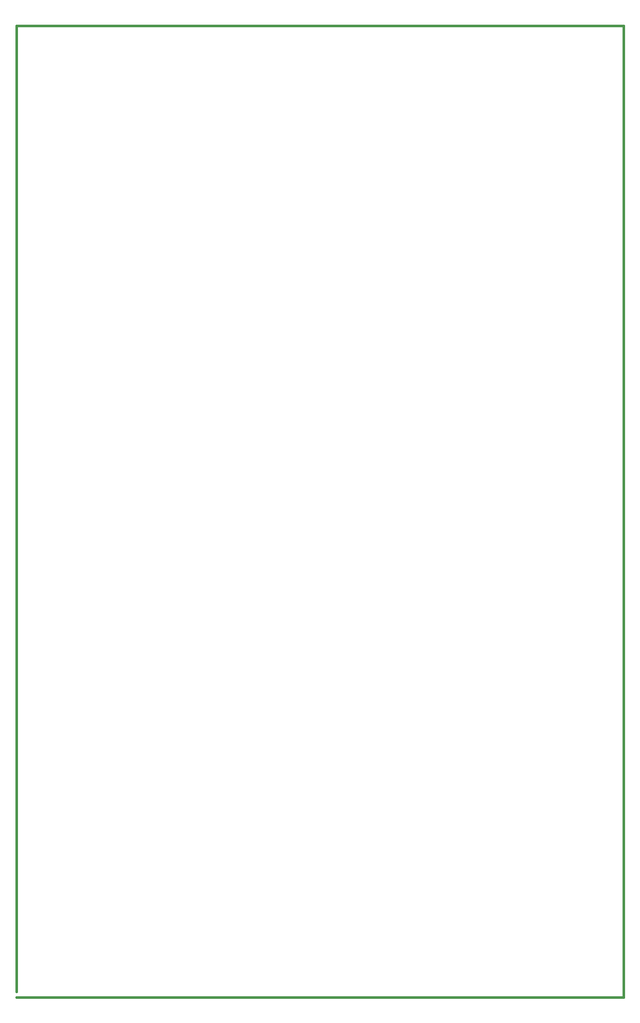
<source format=gm1>
G04 #@! TF.FileFunction,Profile,NP*
%FSLAX45Y45*%
G04 Gerber Fmt 4.5, Leading zero omitted, Abs format (unit mm)*
G04 Created by KiCad (PCBNEW 4.0.4+e1-6308~48~ubuntu16.04.1-stable) date Mon Sep 19 20:15:37 2016*
%MOMM*%
%LPD*%
G01*
G04 APERTURE LIST*
%ADD10C,0.100000*%
%ADD11C,0.381000*%
G04 APERTURE END LIST*
D10*
D11*
X1796020Y-17641000D02*
X11796000Y-17641000D01*
X11796000Y-17641000D02*
X11796000Y-1641032D01*
X11796000Y-1641032D02*
X1796020Y-1641032D01*
X1796020Y-1641032D02*
X1796020Y-17540924D01*
M02*

</source>
